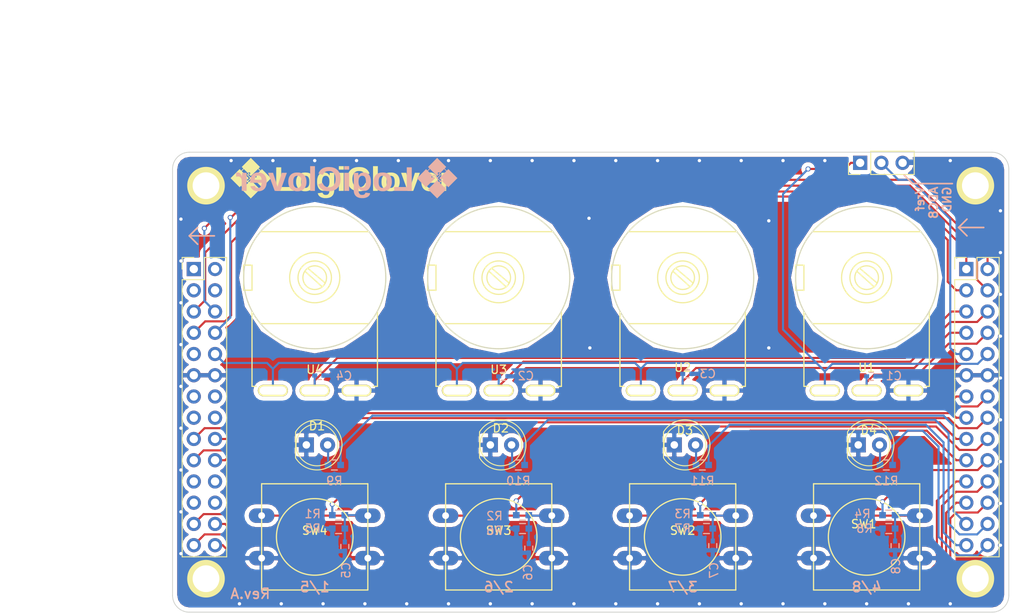
<source format=kicad_pcb>
(kicad_pcb (version 4) (host pcbnew 4.0.2-stable)
  (layers (0 F.Cu signal) (31 B.Cu signal) (34 B.Paste user) (35 F.Paste user) (36 B.SilkS user) (37 F.SilkS user) (38 B.Mask user) (39 F.Mask user) (44 Edge.Cuts user))
  (net 0 "")
  (net 1 /ADC_0)
  (net 2 GND)
  (net 3 /ADC_2)
  (net 4 /ADC_1)
  (net 5 /ADC_3)
  (net 6 "Net-(C5-Pad2)")
  (net 7 "Net-(C6-Pad2)")
  (net 8 "Net-(C7-Pad2)")
  (net 9 "Net-(C8-Pad2)")
  (net 10 "Net-(D1-Pad2)")
  (net 11 "Net-(D2-Pad2)")
  (net 12 "Net-(D3-Pad2)")
  (net 13 "Net-(D4-Pad2)")
  (net 14 /ADC_Vref)
  (net 15 /ADC_8)
  (net 16 /GPI_3)
  (net 17 /GPI_2)
  (net 18 /GPI_1)
  (net 19 /GPI_0)
  (net 20 /GPO_3)
  (net 21 /GPO_2)
  (net 22 /GPO_1)
  (net 23 /GPO_0)
  (net 24 /ADC_4)
  (net 25 /ADC_5)
  (net 26 /ADC_6)
  (net 27 /ADC_7)
  (net 28 /GPI_4)
  (net 29 /GPI_5)
  (net 30 /GPI_6)
  (net 31 /GPI_7)
  (net 32 /GPO_4)
  (net 33 /GPO_5)
  (net 34 /GPO_6)
  (net 35 /GPO_7)
  (module hastech:LogiClover (layer B.Cu) (at 108 52 180)
    (fp_text reference G*** hide)
    (fp_text value LOGO hide)
  )
  (module kamiya:C_0402 (layer B.Cu) (at 170.55 75.8)
    (fp_text reference C1 (at 2.7 -0.05) (layer B.SilkS) (effects (justify mirror)))
    (fp_text value 0.1u)
    (pad 1 smd rect (at -0.55 0) (size 0.6 0.5) (layers B.Cu B.Paste B.Mask) (net 27 /ADC_7))
    (pad 2 smd rect (at 0.55 0) (size 0.6 0.5) (layers B.Cu B.Paste B.Mask) (net 2 GND))
  )
  (module kamiya:C_0402 (layer B.Cu) (at 126.55 75.8)
    (fp_text reference C2 (at 2.7 -0.05) (layer B.SilkS) (effects (justify mirror)))
    (fp_text value 0.1u)
    (pad 1 smd rect (at -0.55 0) (size 0.6 0.5) (layers B.Cu B.Paste B.Mask) (net 25 /ADC_5))
    (pad 2 smd rect (at 0.55 0) (size 0.6 0.5) (layers B.Cu B.Paste B.Mask) (net 2 GND))
  )
  (module kamiya:C_0402 (layer B.Cu) (at 148.55 75.5)
    (fp_text reference C3 (at 2.45 0) (layer B.SilkS) (effects (justify mirror)))
    (fp_text value 0.1u)
    (pad 1 smd rect (at -0.55 0) (size 0.6 0.5) (layers B.Cu B.Paste B.Mask) (net 26 /ADC_6))
    (pad 2 smd rect (at 0.55 0) (size 0.6 0.5) (layers B.Cu B.Paste B.Mask) (net 2 GND))
  )
  (module kamiya:C_0402 (layer B.Cu) (at 104.55 75.7)
    (fp_text reference C4 (at 2.95 0.05) (layer B.SilkS) (effects (justify mirror)))
    (fp_text value 0.1u)
    (pad 1 smd rect (at -0.55 0) (size 0.6 0.5) (layers B.Cu B.Paste B.Mask) (net 24 /ADC_4))
    (pad 2 smd rect (at 0.55 0) (size 0.6 0.5) (layers B.Cu B.Paste B.Mask) (net 2 GND))
  )
  (module kamiya:C_0402 (layer B.Cu) (at 107.6 96.15 90)
    (fp_text reference C5 (at -2.85 0.15 90) (layer B.SilkS) (effects (justify mirror)))
    (fp_text value 0.1u)
    (pad 1 smd rect (at -0.55 0 90) (size 0.6 0.5) (layers B.Cu B.Paste B.Mask) (net 2 GND))
    (pad 2 smd rect (at 0.55 0 90) (size 0.6 0.5) (layers B.Cu B.Paste B.Mask) (net 6 "Net-(C5-Pad2)"))
  )
  (module kamiya:C_0402 (layer B.Cu) (at 129.6 96.35 90)
    (fp_text reference C6 (at -2.9 -0.1 90) (layer B.SilkS) (effects (justify mirror)))
    (fp_text value 0.1u)
    (pad 1 smd rect (at -0.55 0 90) (size 0.6 0.5) (layers B.Cu B.Paste B.Mask) (net 2 GND))
    (pad 2 smd rect (at 0.55 0 90) (size 0.6 0.5) (layers B.Cu B.Paste B.Mask) (net 7 "Net-(C6-Pad2)"))
  )
  (module kamiya:C_0402 (layer B.Cu) (at 151.6 96.05 90)
    (fp_text reference C7 (at -2.95 0.15 90) (layer B.SilkS) (effects (justify mirror)))
    (fp_text value 0.1u)
    (pad 1 smd rect (at -0.55 0 90) (size 0.6 0.5) (layers B.Cu B.Paste B.Mask) (net 2 GND))
    (pad 2 smd rect (at 0.55 0 90) (size 0.6 0.5) (layers B.Cu B.Paste B.Mask) (net 8 "Net-(C7-Pad2)"))
  )
  (module kamiya:C_0402 (layer B.Cu) (at 173.4 96.05 90)
    (fp_text reference C8 (at -2.45 0.1 90) (layer B.SilkS) (effects (justify mirror)))
    (fp_text value 0.1u)
    (pad 1 smd rect (at -0.55 0 90) (size 0.6 0.5) (layers B.Cu B.Paste B.Mask) (net 2 GND))
    (pad 2 smd rect (at 0.55 0 90) (size 0.6 0.5) (layers B.Cu B.Paste B.Mask) (net 9 "Net-(C8-Pad2)"))
  )
  (module LEDs:LED_D5.0mm (layer F.Cu) (at 103 84)
    (fp_text reference D1 (at 1.27 -2.25) (layer F.SilkS))
    (fp_text value LED)
    (pad 1 thru_hole rect (at 0 0) (size 1.8 1.8) (drill 0.9) (layers *.Cu *.Mask) (net 2 GND))
    (pad 2 thru_hole circle (at 2.54 0) (size 1.8 1.8) (drill 0.9) (layers *.Cu *.Mask) (net 10 "Net-(D1-Pad2)"))
  )
  (module LEDs:LED_D5.0mm (layer F.Cu) (at 125 84)
    (fp_text reference D2 (at 1.25 -2) (layer F.SilkS))
    (fp_text value LED)
    (pad 1 thru_hole rect (at 0 0) (size 1.8 1.8) (drill 0.9) (layers *.Cu *.Mask) (net 2 GND))
    (pad 2 thru_hole circle (at 2.54 0) (size 1.8 1.8) (drill 0.9) (layers *.Cu *.Mask) (net 11 "Net-(D2-Pad2)"))
  )
  (module LEDs:LED_D5.0mm (layer F.Cu) (at 147 84)
    (fp_text reference D3 (at 1.27 -1.75) (layer F.SilkS))
    (fp_text value LED)
    (pad 1 thru_hole rect (at 0 0) (size 1.8 1.8) (drill 0.9) (layers *.Cu *.Mask) (net 2 GND))
    (pad 2 thru_hole circle (at 2.54 0) (size 1.8 1.8) (drill 0.9) (layers *.Cu *.Mask) (net 12 "Net-(D3-Pad2)"))
  )
  (module LEDs:LED_D5.0mm (layer F.Cu) (at 169 84)
    (fp_text reference D4 (at 1.25 -1.75) (layer F.SilkS))
    (fp_text value LED)
    (pad 1 thru_hole rect (at 0 0) (size 1.8 1.8) (drill 0.9) (layers *.Cu *.Mask) (net 2 GND))
    (pad 2 thru_hole circle (at 2.54 0) (size 1.8 1.8) (drill 0.9) (layers *.Cu *.Mask) (net 13 "Net-(D4-Pad2)"))
  )
  (module hastech:M3_Drill (layer F.Cu) (at 183 53)
    (fp_text reference P3 hide)
    (fp_text value M3Drill hide)
    (pad 1 thru_hole circle (at 0 0) (size 4.5 4.5) (drill 3.2) (layers *.Cu *.Mask F.SilkS) (net 2 GND))
  )
  (module hastech:M3_Drill (layer F.Cu) (at 183 100)
    (fp_text reference P4 hide)
    (fp_text value M3Drill hide)
    (pad 1 thru_hole circle (at 0 0) (size 4.5 4.5) (drill 3.2) (layers *.Cu *.Mask F.SilkS) (net 2 GND))
  )
  (module Pin_Headers:Pin_Header_Straight_1x03_Pitch2.54mm (layer F.Cu) (at 169.22 50.27 90)
    (fp_text reference P5 hide)
    (fp_text value ADC8)
    (pad 1 thru_hole rect (at 0 0 90) (size 1.7 1.7) (drill 1) (layers *.Cu *.Mask) (net 14 /ADC_Vref))
    (pad 2 thru_hole oval (at 0 2.54 90) (size 1.7 1.7) (drill 1) (layers *.Cu *.Mask) (net 15 /ADC_8))
    (pad 3 thru_hole oval (at 0 5.08 90) (size 1.7 1.7) (drill 1) (layers *.Cu *.Mask) (net 2 GND))
  )
  (module hastech:M3_Drill (layer F.Cu) (at 91 53)
    (fp_text reference P6 hide)
    (fp_text value M3Drill hide)
    (pad 1 thru_hole circle (at 0 0) (size 4.5 4.5) (drill 3.2) (layers *.Cu *.Mask F.SilkS) (net 2 GND))
  )
  (module hastech:M3_Drill (layer F.Cu) (at 91 100)
    (fp_text reference P7 hide)
    (fp_text value M3Drill hide)
    (pad 1 thru_hole circle (at 0 0) (size 4.5 4.5) (drill 3.2) (layers *.Cu *.Mask F.SilkS) (net 2 GND))
  )
  (module kamiya:R_0603 (layer B.Cu) (at 106.85 92.4 180)
    (fp_text reference R1 (at 3.1 0.15 180) (layer B.SilkS) (effects (justify mirror)))
    (fp_text value 220)
    (pad 1 smd rect (at -0.75 0 180) (size 0.8 0.75) (layers B.Cu B.Paste B.Mask) (net 6 "Net-(C5-Pad2)"))
    (pad 2 smd rect (at 0.75 0 180) (size 0.8 0.75) (layers B.Cu B.Paste B.Mask) (net 28 /GPI_4))
  )
  (module kamiya:R_0603 (layer B.Cu) (at 128.85 92.4 180)
    (fp_text reference R2 (at 3.35 -0.1 180) (layer B.SilkS) (effects (justify mirror)))
    (fp_text value 220)
    (pad 1 smd rect (at -0.75 0 180) (size 0.8 0.75) (layers B.Cu B.Paste B.Mask) (net 7 "Net-(C6-Pad2)"))
    (pad 2 smd rect (at 0.75 0 180) (size 0.8 0.75) (layers B.Cu B.Paste B.Mask) (net 29 /GPI_5))
  )
  (module kamiya:R_0603 (layer B.Cu) (at 150.85 92.4 180)
    (fp_text reference R3 (at 2.85 0.15 180) (layer B.SilkS) (effects (justify mirror)))
    (fp_text value 220)
    (pad 1 smd rect (at -0.75 0 180) (size 0.8 0.75) (layers B.Cu B.Paste B.Mask) (net 8 "Net-(C7-Pad2)"))
    (pad 2 smd rect (at 0.75 0 180) (size 0.8 0.75) (layers B.Cu B.Paste B.Mask) (net 30 /GPI_6))
  )
  (module kamiya:R_0603 (layer B.Cu) (at 172.65 92.4 180)
    (fp_text reference R4 (at 3.15 0.15 180) (layer B.SilkS) (effects (justify mirror)))
    (fp_text value 220)
    (pad 1 smd rect (at -0.75 0 180) (size 0.8 0.75) (layers B.Cu B.Paste B.Mask) (net 9 "Net-(C8-Pad2)"))
    (pad 2 smd rect (at 0.75 0 180) (size 0.8 0.75) (layers B.Cu B.Paste B.Mask) (net 31 /GPI_7))
  )
  (module kamiya:R_0603 (layer B.Cu) (at 106.85 94)
    (fp_text reference R5 (at -3.1 0) (layer B.SilkS) (effects (justify mirror)))
    (fp_text value 10k)
    (pad 1 smd rect (at -0.75 0) (size 0.8 0.75) (layers B.Cu B.Paste B.Mask) (net 2 GND))
    (pad 2 smd rect (at 0.75 0) (size 0.8 0.75) (layers B.Cu B.Paste B.Mask) (net 6 "Net-(C5-Pad2)"))
  )
  (module kamiya:R_0603 (layer B.Cu) (at 128.85 94)
    (fp_text reference R6 (at -3.35 0.25) (layer B.SilkS) (effects (justify mirror)))
    (fp_text value 10k)
    (pad 1 smd rect (at -0.75 0) (size 0.8 0.75) (layers B.Cu B.Paste B.Mask) (net 2 GND))
    (pad 2 smd rect (at 0.75 0) (size 0.8 0.75) (layers B.Cu B.Paste B.Mask) (net 7 "Net-(C6-Pad2)"))
  )
  (module kamiya:R_0603 (layer B.Cu) (at 150.85 94)
    (fp_text reference R7 (at -2.85 0) (layer B.SilkS) (effects (justify mirror)))
    (fp_text value 10k)
    (pad 1 smd rect (at -0.75 0) (size 0.8 0.75) (layers B.Cu B.Paste B.Mask) (net 2 GND))
    (pad 2 smd rect (at 0.75 0) (size 0.8 0.75) (layers B.Cu B.Paste B.Mask) (net 8 "Net-(C7-Pad2)"))
  )
  (module kamiya:R_0603 (layer B.Cu) (at 172.65 94)
    (fp_text reference R8 (at -2.9 0) (layer B.SilkS) (effects (justify mirror)))
    (fp_text value 10k)
    (pad 1 smd rect (at -0.75 0) (size 0.8 0.75) (layers B.Cu B.Paste B.Mask) (net 2 GND))
    (pad 2 smd rect (at 0.75 0) (size 0.8 0.75) (layers B.Cu B.Paste B.Mask) (net 9 "Net-(C8-Pad2)"))
  )
  (module kamiya:R_0603 (layer B.Cu) (at 106.35 86.4)
    (fp_text reference R9 (at 0 1.9) (layer B.SilkS) (effects (justify mirror)))
    (fp_text value 1k)
    (pad 1 smd rect (at -0.75 0) (size 0.8 0.75) (layers B.Cu B.Paste B.Mask) (net 10 "Net-(D1-Pad2)"))
    (pad 2 smd rect (at 0.75 0) (size 0.8 0.75) (layers B.Cu B.Paste B.Mask) (net 32 /GPO_4))
  )
  (module kamiya:R_0603 (layer B.Cu) (at 128.35 86.4)
    (fp_text reference R10 (at 0 1.9) (layer B.SilkS) (effects (justify mirror)))
    (fp_text value 1k)
    (pad 1 smd rect (at -0.75 0) (size 0.8 0.75) (layers B.Cu B.Paste B.Mask) (net 11 "Net-(D2-Pad2)"))
    (pad 2 smd rect (at 0.75 0) (size 0.8 0.75) (layers B.Cu B.Paste B.Mask) (net 33 /GPO_5))
  )
  (module kamiya:R_0603 (layer B.Cu) (at 150.35 86.4)
    (fp_text reference R11 (at 0 1.9) (layer B.SilkS) (effects (justify mirror)))
    (fp_text value 1k)
    (pad 1 smd rect (at -0.75 0) (size 0.8 0.75) (layers B.Cu B.Paste B.Mask) (net 12 "Net-(D3-Pad2)"))
    (pad 2 smd rect (at 0.75 0) (size 0.8 0.75) (layers B.Cu B.Paste B.Mask) (net 34 /GPO_6))
  )
  (module kamiya:R_0603 (layer B.Cu) (at 172.35 86.4)
    (fp_text reference R12 (at 0 1.9) (layer B.SilkS) (effects (justify mirror)))
    (fp_text value 1k)
    (pad 1 smd rect (at -0.75 0) (size 0.8 0.75) (layers B.Cu B.Paste B.Mask) (net 13 "Net-(D4-Pad2)"))
    (pad 2 smd rect (at 0.75 0) (size 0.8 0.75) (layers B.Cu B.Paste B.Mask) (net 35 /GPO_7))
  )
  (module Buttons_Switches_ThroughHole:SW_PUSH-12mm (layer F.Cu) (at 170 95)
    (fp_text reference SW1 (at -0.35 -1.54) (layer F.SilkS))
    (fp_text value SW_PUSH)
    (pad 1 thru_hole oval (at 6.35 -2.54) (size 3.048 1.7272) (drill 0.8128) (layers *.Cu *.Mask) (net 9 "Net-(C8-Pad2)"))
    (pad 2 thru_hole oval (at 6.35 2.54) (size 3.048 1.7272) (drill 0.8128) (layers *.Cu *.Mask) (net 2 GND))
    (pad 1 thru_hole oval (at -6.35 -2.54) (size 3.048 1.7272) (drill 0.8128) (layers *.Cu *.Mask) (net 9 "Net-(C8-Pad2)"))
    (pad 2 thru_hole oval (at -6.35 2.54) (size 3.048 1.7272) (drill 0.8128) (layers *.Cu *.Mask) (net 2 GND))
  )
  (module Buttons_Switches_ThroughHole:SW_PUSH-12mm (layer F.Cu) (at 148 95)
    (fp_text reference SW2 (at 0 -0.762) (layer F.SilkS))
    (fp_text value SW_PUSH)
    (pad 1 thru_hole oval (at 6.35 -2.54) (size 3.048 1.7272) (drill 0.8128) (layers *.Cu *.Mask) (net 8 "Net-(C7-Pad2)"))
    (pad 2 thru_hole oval (at 6.35 2.54) (size 3.048 1.7272) (drill 0.8128) (layers *.Cu *.Mask) (net 2 GND))
    (pad 1 thru_hole oval (at -6.35 -2.54) (size 3.048 1.7272) (drill 0.8128) (layers *.Cu *.Mask) (net 8 "Net-(C7-Pad2)"))
    (pad 2 thru_hole oval (at -6.35 2.54) (size 3.048 1.7272) (drill 0.8128) (layers *.Cu *.Mask) (net 2 GND))
  )
  (module Buttons_Switches_ThroughHole:SW_PUSH-12mm (layer F.Cu) (at 126 95)
    (fp_text reference SW3 (at 0 -0.762) (layer F.SilkS))
    (fp_text value SW_PUSH)
    (pad 1 thru_hole oval (at 6.35 -2.54) (size 3.048 1.7272) (drill 0.8128) (layers *.Cu *.Mask) (net 7 "Net-(C6-Pad2)"))
    (pad 2 thru_hole oval (at 6.35 2.54) (size 3.048 1.7272) (drill 0.8128) (layers *.Cu *.Mask) (net 2 GND))
    (pad 1 thru_hole oval (at -6.35 -2.54) (size 3.048 1.7272) (drill 0.8128) (layers *.Cu *.Mask) (net 7 "Net-(C6-Pad2)"))
    (pad 2 thru_hole oval (at -6.35 2.54) (size 3.048 1.7272) (drill 0.8128) (layers *.Cu *.Mask) (net 2 GND))
  )
  (module Buttons_Switches_ThroughHole:SW_PUSH-12mm (layer F.Cu) (at 104 95)
    (fp_text reference SW4 (at 0 -0.762) (layer F.SilkS))
    (fp_text value SW_PUSH)
    (pad 1 thru_hole oval (at 6.35 -2.54) (size 3.048 1.7272) (drill 0.8128) (layers *.Cu *.Mask) (net 6 "Net-(C5-Pad2)"))
    (pad 2 thru_hole oval (at 6.35 2.54) (size 3.048 1.7272) (drill 0.8128) (layers *.Cu *.Mask) (net 2 GND))
    (pad 1 thru_hole oval (at -6.35 -2.54) (size 3.048 1.7272) (drill 0.8128) (layers *.Cu *.Mask) (net 6 "Net-(C5-Pad2)"))
    (pad 2 thru_hole oval (at -6.35 2.54) (size 3.048 1.7272) (drill 0.8128) (layers *.Cu *.Mask) (net 2 GND))
  )
  (module kamiya:Phi6Volume (layer F.Cu) (at 170 64)
    (fp_text reference U1 (at 0 10.75) (layer F.SilkS))
    (fp_text value B10k)
    (pad 1 thru_hole oval (at -5 13.5) (size 3.6 1.4) (drill oval 3.2 1) (layers *.Cu *.Mask F.SilkS) (net 14 /ADC_Vref))
    (pad 2 thru_hole oval (at 0 13.5) (size 3.6 1.4) (drill oval 3.2 1) (layers *.Cu *.Mask F.SilkS) (net 27 /ADC_7))
    (pad 3 thru_hole oval (at 5 13.5) (size 3.6 1.4) (drill oval 3.2 1) (layers *.Cu *.Mask F.SilkS) (net 2 GND))
  )
  (module kamiya:Phi6Volume (layer F.Cu) (at 148 64)
    (fp_text reference U2 (at 0 10.75) (layer F.SilkS))
    (fp_text value B10k)
    (pad 1 thru_hole oval (at -5 13.5) (size 3.6 1.4) (drill oval 3.2 1) (layers *.Cu *.Mask F.SilkS) (net 14 /ADC_Vref))
    (pad 2 thru_hole oval (at 0 13.5) (size 3.6 1.4) (drill oval 3.2 1) (layers *.Cu *.Mask F.SilkS) (net 26 /ADC_6))
    (pad 3 thru_hole oval (at 5 13.5) (size 3.6 1.4) (drill oval 3.2 1) (layers *.Cu *.Mask F.SilkS) (net 2 GND))
  )
  (module kamiya:Phi6Volume (layer F.Cu) (at 126 64)
    (fp_text reference U3 (at 0 11) (layer F.SilkS))
    (fp_text value B10k)
    (pad 1 thru_hole oval (at -5 13.5) (size 3.6 1.4) (drill oval 3.2 1) (layers *.Cu *.Mask F.SilkS) (net 14 /ADC_Vref))
    (pad 2 thru_hole oval (at 0 13.5) (size 3.6 1.4) (drill oval 3.2 1) (layers *.Cu *.Mask F.SilkS) (net 25 /ADC_5))
    (pad 3 thru_hole oval (at 5 13.5) (size 3.6 1.4) (drill oval 3.2 1) (layers *.Cu *.Mask F.SilkS) (net 2 GND))
  )
  (module kamiya:Phi6Volume (layer F.Cu) (at 104 64)
    (fp_text reference U4 (at 0 11) (layer F.SilkS))
    (fp_text value B10k)
    (pad 1 thru_hole oval (at -5 13.5) (size 3.6 1.4) (drill oval 3.2 1) (layers *.Cu *.Mask F.SilkS) (net 14 /ADC_Vref))
    (pad 2 thru_hole oval (at 0 13.5) (size 3.6 1.4) (drill oval 3.2 1) (layers *.Cu *.Mask F.SilkS) (net 24 /ADC_4))
    (pad 3 thru_hole oval (at 5 13.5) (size 3.6 1.4) (drill oval 3.2 1) (layers *.Cu *.Mask F.SilkS) (net 2 GND))
  )
  (module Pin_Headers:Pin_Header_Straight_2x14_Pitch2.54mm (layer F.Cu) (at 181.92 62.97)
    (fp_text reference P1 hide)
    (fp_text value EXT_IO)
    (pad 1 thru_hole rect (at 0 0) (size 1.7 1.7) (drill 1) (layers *.Cu *.Mask) (net 1 /ADC_0))
    (pad 2 thru_hole oval (at 2.54 0) (size 1.7 1.7) (drill 1) (layers *.Cu *.Mask) (net 4 /ADC_1))
    (pad 3 thru_hole oval (at 0 2.54) (size 1.7 1.7) (drill 1) (layers *.Cu *.Mask) (net 3 /ADC_2))
    (pad 4 thru_hole oval (at 2.54 2.54) (size 1.7 1.7) (drill 1) (layers *.Cu *.Mask) (net 5 /ADC_3))
    (pad 5 thru_hole oval (at 0 5.08) (size 1.7 1.7) (drill 1) (layers *.Cu *.Mask) (net 24 /ADC_4))
    (pad 6 thru_hole oval (at 2.54 5.08) (size 1.7 1.7) (drill 1) (layers *.Cu *.Mask) (net 25 /ADC_5))
    (pad 7 thru_hole oval (at 0 7.62) (size 1.7 1.7) (drill 1) (layers *.Cu *.Mask) (net 26 /ADC_6))
    (pad 8 thru_hole oval (at 2.54 7.62) (size 1.7 1.7) (drill 1) (layers *.Cu *.Mask) (net 27 /ADC_7))
    (pad 9 thru_hole oval (at 0 10.16) (size 1.7 1.7) (drill 1) (layers *.Cu *.Mask) (net 15 /ADC_8))
    (pad 10 thru_hole oval (at 2.54 10.16) (size 1.7 1.7) (drill 1) (layers *.Cu *.Mask) (net 14 /ADC_Vref))
    (pad 11 thru_hole oval (at 0 12.7) (size 1.7 1.7) (drill 1) (layers *.Cu *.Mask) (net 2 GND))
    (pad 12 thru_hole oval (at 2.54 12.7) (size 1.7 1.7) (drill 1) (layers *.Cu *.Mask) (net 2 GND))
    (pad 13 thru_hole oval (at 0 15.24) (size 1.7 1.7) (drill 1) (layers *.Cu *.Mask) (net 19 /GPI_0))
    (pad 14 thru_hole oval (at 2.54 15.24) (size 1.7 1.7) (drill 1) (layers *.Cu *.Mask) (net 18 /GPI_1))
    (pad 15 thru_hole oval (at 0 17.78) (size 1.7 1.7) (drill 1) (layers *.Cu *.Mask) (net 17 /GPI_2))
    (pad 16 thru_hole oval (at 2.54 17.78) (size 1.7 1.7) (drill 1) (layers *.Cu *.Mask) (net 16 /GPI_3))
    (pad 17 thru_hole oval (at 0 20.32) (size 1.7 1.7) (drill 1) (layers *.Cu *.Mask) (net 28 /GPI_4))
    (pad 18 thru_hole oval (at 2.54 20.32) (size 1.7 1.7) (drill 1) (layers *.Cu *.Mask) (net 29 /GPI_5))
    (pad 19 thru_hole oval (at 0 22.86) (size 1.7 1.7) (drill 1) (layers *.Cu *.Mask) (net 30 /GPI_6))
    (pad 20 thru_hole oval (at 2.54 22.86) (size 1.7 1.7) (drill 1) (layers *.Cu *.Mask) (net 31 /GPI_7))
    (pad 21 thru_hole oval (at 0 25.4) (size 1.7 1.7) (drill 1) (layers *.Cu *.Mask) (net 23 /GPO_0))
    (pad 22 thru_hole oval (at 2.54 25.4) (size 1.7 1.7) (drill 1) (layers *.Cu *.Mask) (net 22 /GPO_1))
    (pad 23 thru_hole oval (at 0 27.94) (size 1.7 1.7) (drill 1) (layers *.Cu *.Mask) (net 21 /GPO_2))
    (pad 24 thru_hole oval (at 2.54 27.94) (size 1.7 1.7) (drill 1) (layers *.Cu *.Mask) (net 20 /GPO_3))
    (pad 25 thru_hole oval (at 0 30.48) (size 1.7 1.7) (drill 1) (layers *.Cu *.Mask) (net 32 /GPO_4))
    (pad 26 thru_hole oval (at 2.54 30.48) (size 1.7 1.7) (drill 1) (layers *.Cu *.Mask) (net 33 /GPO_5))
    (pad 27 thru_hole oval (at 0 33.02) (size 1.7 1.7) (drill 1) (layers *.Cu *.Mask) (net 34 /GPO_6))
    (pad 28 thru_hole oval (at 2.54 33.02) (size 1.7 1.7) (drill 1) (layers *.Cu *.Mask) (net 35 /GPO_7))
  )
  (module Pin_Headers:Pin_Header_Straight_2x14_Pitch2.54mm (layer F.Cu) (at 89.54 62.97)
    (fp_text reference P2 hide)
    (fp_text value EXT_IO)
    (pad 1 thru_hole rect (at 0 0) (size 1.7 1.7) (drill 1) (layers *.Cu *.Mask))
    (pad 2 thru_hole oval (at 2.54 0) (size 1.7 1.7) (drill 1) (layers *.Cu *.Mask))
    (pad 3 thru_hole oval (at 0 2.54) (size 1.7 1.7) (drill 1) (layers *.Cu *.Mask))
    (pad 4 thru_hole oval (at 2.54 2.54) (size 1.7 1.7) (drill 1) (layers *.Cu *.Mask))
    (pad 5 thru_hole oval (at 0 5.08) (size 1.7 1.7) (drill 1) (layers *.Cu *.Mask) (net 1 /ADC_0))
    (pad 6 thru_hole oval (at 2.54 5.08) (size 1.7 1.7) (drill 1) (layers *.Cu *.Mask) (net 4 /ADC_1))
    (pad 7 thru_hole oval (at 0 7.62) (size 1.7 1.7) (drill 1) (layers *.Cu *.Mask) (net 3 /ADC_2))
    (pad 8 thru_hole oval (at 2.54 7.62) (size 1.7 1.7) (drill 1) (layers *.Cu *.Mask) (net 5 /ADC_3))
    (pad 9 thru_hole oval (at 0 10.16) (size 1.7 1.7) (drill 1) (layers *.Cu *.Mask))
    (pad 10 thru_hole oval (at 2.54 10.16) (size 1.7 1.7) (drill 1) (layers *.Cu *.Mask) (net 14 /ADC_Vref))
    (pad 11 thru_hole oval (at 0 12.7) (size 1.7 1.7) (drill 1) (layers *.Cu *.Mask) (net 2 GND))
    (pad 12 thru_hole oval (at 2.54 12.7) (size 1.7 1.7) (drill 1) (layers *.Cu *.Mask) (net 2 GND))
    (pad 13 thru_hole oval (at 0 15.24) (size 1.7 1.7) (drill 1) (layers *.Cu *.Mask))
    (pad 14 thru_hole oval (at 2.54 15.24) (size 1.7 1.7) (drill 1) (layers *.Cu *.Mask))
    (pad 15 thru_hole oval (at 0 17.78) (size 1.7 1.7) (drill 1) (layers *.Cu *.Mask))
    (pad 16 thru_hole oval (at 2.54 17.78) (size 1.7 1.7) (drill 1) (layers *.Cu *.Mask))
    (pad 17 thru_hole oval (at 0 20.32) (size 1.7 1.7) (drill 1) (layers *.Cu *.Mask) (net 19 /GPI_0))
    (pad 18 thru_hole oval (at 2.54 20.32) (size 1.7 1.7) (drill 1) (layers *.Cu *.Mask) (net 18 /GPI_1))
    (pad 19 thru_hole oval (at 0 22.86) (size 1.7 1.7) (drill 1) (layers *.Cu *.Mask) (net 17 /GPI_2))
    (pad 20 thru_hole oval (at 2.54 22.86) (size 1.7 1.7) (drill 1) (layers *.Cu *.Mask) (net 16 /GPI_3))
    (pad 21 thru_hole oval (at 0 25.4) (size 1.7 1.7) (drill 1) (layers *.Cu *.Mask))
    (pad 22 thru_hole oval (at 2.54 25.4) (size 1.7 1.7) (drill 1) (layers *.Cu *.Mask))
    (pad 23 thru_hole oval (at 0 27.94) (size 1.7 1.7) (drill 1) (layers *.Cu *.Mask))
    (pad 24 thru_hole oval (at 2.54 27.94) (size 1.7 1.7) (drill 1) (layers *.Cu *.Mask))
    (pad 25 thru_hole oval (at 0 30.48) (size 1.7 1.7) (drill 1) (layers *.Cu *.Mask) (net 23 /GPO_0))
    (pad 26 thru_hole oval (at 2.54 30.48) (size 1.7 1.7) (drill 1) (layers *.Cu *.Mask) (net 22 /GPO_1))
    (pad 27 thru_hole oval (at 0 33.02) (size 1.7 1.7) (drill 1) (layers *.Cu *.Mask) (net 21 /GPO_2))
    (pad 28 thru_hole oval (at 2.54 33.02) (size 1.7 1.7) (drill 1) (layers *.Cu *.Mask) (net 20 /GPO_3))
  )
  (module hastech:LogiClover (layer F.Cu) (at 107 52)
    (fp_text reference G*** hide)
    (fp_text value LOGO hide)
  )
  (gr_line (start 175.5 52.75) (end 174.5 51.75) (layer B.SilkS) (width 0.2))
  (gr_line (start 180.25 52.75) (end 175.5 52.75) (layer B.SilkS) (width 0.2))
  (gr_text "Vref\nADC8\nGND" (at 178 53 90) (layer B.SilkS) (effects (font (size 1 1) (thickness 0.2)) (justify left mirror)))
  (gr_text 1/5 (at 104 101) (layer B.SilkS) (effects (font (size 1.2 1.2) (thickness 0.2)) (justify mirror)))
  (gr_text 2/6 (at 126 101) (layer B.SilkS) (effects (font (size 1.2 1.2) (thickness 0.2)) (justify mirror)))
  (gr_text 3/7 (at 148 101) (layer B.SilkS) (effects (font (size 1.2 1.2) (thickness 0.2)) (justify mirror)))
  (gr_text 4/8 (at 170 101) (layer B.SilkS) (effects (font (size 1.2 1.2) (thickness 0.2)) (justify mirror)))
  (gr_line (start 89 59) (end 90 60) (layer B.SilkS) (width 0.2))
  (gr_line (start 89 59) (end 90 58) (layer B.SilkS) (width 0.2))
  (gr_line (start 92 59) (end 89 59) (layer B.SilkS) (width 0.2))
  (gr_line (start 181 58) (end 182 59) (layer B.SilkS) (width 0.2))
  (gr_line (start 181 58) (end 182 57) (layer B.SilkS) (width 0.2))
  (gr_line (start 184 58) (end 181 58) (layer B.SilkS) (width 0.2))
  (gr_text Rev.A (at 96.3 101.8) (layer B.SilkS) (effects (font (size 1.2 1.2) (thickness 0.2)) (justify mirror)))
  (gr_circle (center 170 64) (end 170 55.5) (layer Edge.Cuts) (width 0.1))
  (gr_circle (center 148 64) (end 148 55.5) (layer Edge.Cuts) (width 0.1))
  (gr_circle (center 126 64) (end 126 55.5) (layer Edge.Cuts) (width 0.1))
  (gr_circle (center 104 64) (end 104 55.5) (layer Edge.Cuts) (width 0.1))
  (gr_arc (start 89 102) (end 89 104) (angle 90) (layer Edge.Cuts) (width 0.1))
  (gr_line (start 185 104) (end 89 104) (layer Edge.Cuts) (width 0.1))
  (gr_arc (start 185 102) (end 187 102) (angle 90) (layer Edge.Cuts) (width 0.1))
  (gr_arc (start 185 51) (end 185 49) (angle 90) (layer Edge.Cuts) (width 0.1))
  (gr_arc (start 89 51) (end 87 51) (angle 90) (layer Edge.Cuts) (width 0.1))
  (gr_line (start 187 51) (end 187 102) (layer Edge.Cuts) (width 0.1))
  (gr_line (start 87 51) (end 87 102) (layer Edge.Cuts) (width 0.1))
  (gr_line (start 89 49) (end 185 49) (layer Edge.Cuts) (width 0.1))
  (segment (start 181.92 62.97) (end 181.92 60.72) (width 0.25) (layer F.Cu) (net 1))
  (segment (start 181.92 60.72) (end 174.9 53.7) (width 0.25) (layer F.Cu) (net 1))
  (segment (start 98.2 53.7) (end 90.9 61) (width 0.25) (layer F.Cu) (net 1))
  (segment (start 174.9 53.7) (end 98.2 53.7) (width 0.25) (layer F.Cu) (net 1))
  (segment (start 90.9 61) (end 90.9 66.69) (width 0.25) (layer F.Cu) (net 1))
  (segment (start 90.9 66.69) (end 90.389999 67.200001) (width 0.25) (layer F.Cu) (net 1))
  (segment (start 90.389999 67.200001) (end 89.54 68.05) (width 0.25) (layer F.Cu) (net 1))
  (segment (start 158.3 57.2) (end 158.3 72.4) (width 0.25) (layer F.Cu) (net 2))
  (via (at 158.3 72.4) (size 0.6) (drill 0.4) (layers F.Cu B.Cu) (net 2))
  (segment (start 160 50) (end 158.3 51.7) (width 0.25) (layer B.Cu) (net 2))
  (segment (start 158.3 51.7) (end 158.3 57.2) (width 0.25) (layer B.Cu) (net 2))
  (via (at 158.3 57.2) (size 0.6) (drill 0.4) (layers F.Cu B.Cu) (net 2))
  (segment (start 136.8 56.9) (end 136.8 72.3) (width 0.25) (layer F.Cu) (net 2))
  (segment (start 136.8 72.3) (end 136.9 72.4) (width 0.25) (layer F.Cu) (net 2))
  (via (at 136.9 72.4) (size 0.6) (drill 0.4) (layers F.Cu B.Cu) (net 2))
  (segment (start 135 50) (end 135 55.1) (width 0.25) (layer B.Cu) (net 2))
  (segment (start 135 55.1) (end 136.8 56.9) (width 0.25) (layer B.Cu) (net 2))
  (via (at 136.8 56.9) (size 0.6) (drill 0.4) (layers F.Cu B.Cu) (net 2))
  (segment (start 160 50) (end 165 50) (width 0.25) (layer B.Cu) (net 2))
  (via (at 165 50) (size 0.6) (drill 0.4) (layers F.Cu B.Cu) (net 2))
  (segment (start 155 50) (end 160 50) (width 0.25) (layer F.Cu) (net 2))
  (via (at 160 50) (size 0.6) (drill 0.4) (layers F.Cu B.Cu) (net 2))
  (segment (start 150 50) (end 155 50) (width 0.25) (layer B.Cu) (net 2))
  (via (at 155 50) (size 0.6) (drill 0.4) (layers F.Cu B.Cu) (net 2))
  (segment (start 145 50) (end 150 50) (width 0.25) (layer F.Cu) (net 2))
  (via (at 150 50) (size 0.6) (drill 0.4) (layers F.Cu B.Cu) (net 2))
  (segment (start 140 50) (end 145 50) (width 0.25) (layer B.Cu) (net 2))
  (via (at 145 50) (size 0.6) (drill 0.4) (layers F.Cu B.Cu) (net 2))
  (segment (start 135 50) (end 140 50) (width 0.25) (layer F.Cu) (net 2))
  (via (at 140 50) (size 0.6) (drill 0.4) (layers F.Cu B.Cu) (net 2))
  (segment (start 130 50) (end 135 50) (width 0.25) (layer B.Cu) (net 2))
  (via (at 135 50) (size 0.6) (drill 0.4) (layers F.Cu B.Cu) (net 2))
  (segment (start 125 50) (end 130 50) (width 0.25) (layer F.Cu) (net 2))
  (via (at 130 50) (size 0.6) (drill 0.4) (layers F.Cu B.Cu) (net 2))
  (segment (start 120 50) (end 125 50) (width 0.25) (layer B.Cu) (net 2))
  (via (at 125 50) (size 0.6) (drill 0.4) (layers F.Cu B.Cu) (net 2))
  (segment (start 114 50) (end 120 50) (width 0.25) (layer F.Cu) (net 2))
  (via (at 120 50) (size 0.6) (drill 0.4) (layers F.Cu B.Cu) (net 2))
  (segment (start 109 50) (end 114 50) (width 0.25) (layer B.Cu) (net 2))
  (via (at 114 50) (size 0.6) (drill 0.4) (layers F.Cu B.Cu) (net 2))
  (segment (start 104 50) (end 109 50) (width 0.25) (layer F.Cu) (net 2))
  (via (at 109 50) (size 0.6) (drill 0.4) (layers F.Cu B.Cu) (net 2))
  (segment (start 99 50) (end 104 50) (width 0.25) (layer B.Cu) (net 2))
  (via (at 104 50) (size 0.6) (drill 0.4) (layers F.Cu B.Cu) (net 2))
  (segment (start 94 50) (end 99 50) (width 0.25) (layer F.Cu) (net 2))
  (via (at 99 50) (size 0.6) (drill 0.4) (layers F.Cu B.Cu) (net 2))
  (segment (start 91 53) (end 94 50) (width 0.25) (layer B.Cu) (net 2))
  (via (at 94 50) (size 0.6) (drill 0.4) (layers F.Cu B.Cu) (net 2))
  (segment (start 88 57) (end 88 56) (width 0.25) (layer B.Cu) (net 2))
  (segment (start 88 56) (end 91 53) (width 0.25) (layer B.Cu) (net 2))
  (segment (start 88 62) (end 88 57) (width 0.25) (layer F.Cu) (net 2))
  (via (at 88 57) (size 0.6) (drill 0.4) (layers F.Cu B.Cu) (net 2))
  (segment (start 88 67) (end 88 62) (width 0.25) (layer B.Cu) (net 2))
  (via (at 88 62) (size 0.6) (drill 0.4) (layers F.Cu B.Cu) (net 2))
  (segment (start 88 72) (end 88 67) (width 0.25) (layer F.Cu) (net 2))
  (via (at 88 67) (size 0.6) (drill 0.4) (layers F.Cu B.Cu) (net 2))
  (segment (start 88 77) (end 88 72) (width 0.25) (layer B.Cu) (net 2))
  (via (at 88 72) (size 0.6) (drill 0.4) (layers F.Cu B.Cu) (net 2))
  (segment (start 88 82) (end 88 77) (width 0.25) (layer F.Cu) (net 2))
  (via (at 88 77) (size 0.6) (drill 0.4) (layers F.Cu B.Cu) (net 2))
  (segment (start 88 87) (end 88 82) (width 0.25) (layer B.Cu) (net 2))
  (via (at 88 82) (size 0.6) (drill 0.4) (layers F.Cu B.Cu) (net 2))
  (segment (start 88 92) (end 88 87) (width 0.25) (layer F.Cu) (net 2))
  (via (at 88 87) (size 0.6) (drill 0.4) (layers F.Cu B.Cu) (net 2))
  (segment (start 88 97) (end 88 92) (width 0.25) (layer B.Cu) (net 2))
  (via (at 88 92) (size 0.6) (drill 0.4) (layers F.Cu B.Cu) (net 2))
  (segment (start 91 100) (end 88 97) (width 0.25) (layer F.Cu) (net 2))
  (via (at 88 97) (size 0.6) (drill 0.4) (layers F.Cu B.Cu) (net 2))
  (segment (start 95 103) (end 94 103) (width 0.25) (layer F.Cu) (net 2))
  (segment (start 94 103) (end 91 100) (width 0.25) (layer F.Cu) (net 2))
  (segment (start 100 103) (end 95 103) (width 0.25) (layer B.Cu) (net 2))
  (via (at 95 103) (size 0.6) (drill 0.4) (layers F.Cu B.Cu) (net 2))
  (segment (start 105 103) (end 100 103) (width 0.25) (layer F.Cu) (net 2))
  (via (at 100 103) (size 0.6) (drill 0.4) (layers F.Cu B.Cu) (net 2))
  (segment (start 110 103) (end 105 103) (width 0.25) (layer B.Cu) (net 2))
  (via (at 105 103) (size 0.6) (drill 0.4) (layers F.Cu B.Cu) (net 2))
  (segment (start 115 103) (end 110 103) (width 0.25) (layer F.Cu) (net 2))
  (via (at 110 103) (size 0.6) (drill 0.4) (layers F.Cu B.Cu) (net 2))
  (segment (start 120 103) (end 115 103) (width 0.25) (layer B.Cu) (net 2))
  (via (at 115 103) (size 0.6) (drill 0.4) (layers F.Cu B.Cu) (net 2))
  (segment (start 125 103) (end 120 103) (width 0.25) (layer F.Cu) (net 2))
  (via (at 120 103) (size 0.6) (drill 0.4) (layers F.Cu B.Cu) (net 2))
  (segment (start 130 103) (end 125 103) (width 0.25) (layer B.Cu) (net 2))
  (via (at 125 103) (size 0.6) (drill 0.4) (layers F.Cu B.Cu) (net 2))
  (segment (start 135 103) (end 130 103) (width 0.25) (layer F.Cu) (net 2))
  (via (at 130 103) (size 0.6) (drill 0.4) (layers F.Cu B.Cu) (net 2))
  (segment (start 140 103) (end 135 103) (width 0.25) (layer B.Cu) (net 2))
  (via (at 135 103) (size 0.6) (drill 0.4) (layers F.Cu B.Cu) (net 2))
  (segment (start 145 103) (end 140 103) (width 0.25) (layer F.Cu) (net 2))
  (via (at 140 103) (size 0.6) (drill 0.4) (layers F.Cu B.Cu) (net 2))
  (segment (start 150 103) (end 145 103) (width 0.25) (layer B.Cu) (net 2))
  (via (at 145 103) (size 0.6) (drill 0.4) (layers F.Cu B.Cu) (net 2))
  (segment (start 155 103) (end 150 103) (width 0.25) (layer F.Cu) (net 2))
  (via (at 150 103) (size 0.6) (drill 0.4) (layers F.Cu B.Cu) (net 2))
  (segment (start 160 103) (end 155 103) (width 0.25) (layer B.Cu) (net 2))
  (via (at 155 103) (size 0.6) (drill 0.4) (layers F.Cu B.Cu) (net 2))
  (segment (start 165 103) (end 160 103) (width 0.25) (layer F.Cu) (net 2))
  (via (at 160 103) (size 0.6) (drill 0.4) (layers F.Cu B.Cu) (net 2))
  (segment (start 170 103) (end 165 103) (width 0.25) (layer B.Cu) (net 2))
  (via (at 165 103) (size 0.6) (drill 0.4) (layers F.Cu B.Cu) (net 2))
  (segment (start 175 103) (end 170 103) (width 0.25) (layer F.Cu) (net 2))
  (via (at 170 103) (size 0.6) (drill 0.4) (layers F.Cu B.Cu) (net 2))
  (segment (start 180 103) (end 175 103) (width 0.25) (layer B.Cu) (net 2))
  (via (at 175 103) (size 0.6) (drill 0.4) (layers F.Cu B.Cu) (net 2))
  (segment (start 183 100) (end 180 103) (width 0.25) (layer F.Cu) (net 2))
  (via (at 180 103) (size 0.6) (drill 0.4) (layers F.Cu B.Cu) (net 2))
  (segment (start 186 96) (end 186 97) (width 0.25) (layer F.Cu) (net 2))
  (segment (start 186 97) (end 183 100) (width 0.25) (layer F.Cu) (net 2))
  (segment (start 186 91) (end 186 96) (width 0.25) (layer B.Cu) (net 2))
  (via (at 186 96) (size 0.6) (drill 0.4) (layers F.Cu B.Cu) (net 2))
  (segment (start 186 86) (end 186 91) (width 0.25) (layer F.Cu) (net 2))
  (via (at 186 91) (size 0.6) (drill 0.4) (layers F.Cu B.Cu) (net 2))
  (segment (start 186 81) (end 186 86) (width 0.25) (layer B.Cu) (net 2))
  (via (at 186 86) (size 0.6) (drill 0.4) (layers F.Cu B.Cu) (net 2))
  (segment (start 186 76) (end 186 81) (width 0.25) (layer F.Cu) (net 2))
  (via (at 186 81) (size 0.6) (drill 0.4) (layers F.Cu B.Cu) (net 2))
  (segment (start 186 71) (end 186 76) (width 0.25) (layer B.Cu) (net 2))
  (via (at 186 76) (size 0.6) (drill 0.4) (layers F.Cu B.Cu) (net 2))
  (segment (start 186 66) (end 186 71) (width 0.25) (layer F.Cu) (net 2))
  (via (at 186 71) (size 0.6) (drill 0.4) (layers F.Cu B.Cu) (net 2))
  (segment (start 186 61) (end 186 66) (width 0.25) (layer B.Cu) (net 2))
  (via (at 186 66) (size 0.6) (drill 0.4) (layers F.Cu B.Cu) (net 2))
  (segment (start 186 56) (end 186 61) (width 0.25) (layer F.Cu) (net 2))
  (via (at 186 61) (size 0.6) (drill 0.4) (layers F.Cu B.Cu) (net 2))
  (segment (start 183 53) (end 186 56) (width 0.25) (layer B.Cu) (net 2))
  (via (at 186 56) (size 0.6) (drill 0.4) (layers F.Cu B.Cu) (net 2))
  (segment (start 180 50) (end 174.57 50) (width 0.25) (layer B.Cu) (net 2))
  (segment (start 174.57 50) (end 174.3 50.27) (width 0.25) (layer B.Cu) (net 2))
  (segment (start 183 53) (end 180 50) (width 0.25) (layer F.Cu) (net 2))
  (via (at 180 50) (size 0.6) (drill 0.4) (layers F.Cu B.Cu) (net 2))
  (segment (start 181.92 65.51) (end 180.717919 65.51) (width 0.25) (layer F.Cu) (net 3))
  (segment (start 90.904999 69.225001) (end 89.54 70.59) (width 0.25) (layer F.Cu) (net 3))
  (segment (start 180.717919 65.51) (end 179.7 64.492081) (width 0.25) (layer F.Cu) (net 3))
  (segment (start 179.7 64.492081) (end 179.7 59.5) (width 0.25) (layer F.Cu) (net 3))
  (segment (start 179.7 59.5) (end 174.5 54.3) (width 0.25) (layer F.Cu) (net 3))
  (segment (start 93.274999 69.225001) (end 90.904999 69.225001) (width 0.25) (layer F.Cu) (net 3))
  (segment (start 174.5 54.3) (end 99.5 54.3) (width 0.25) (layer F.Cu) (net 3))
  (segment (start 99.5 54.3) (end 94 59.8) (width 0.25) (layer F.Cu) (net 3))
  (segment (start 94 59.8) (end 94 68.5) (width 0.25) (layer F.Cu) (net 3))
  (segment (start 94 68.5) (end 93.274999 69.225001) (width 0.25) (layer F.Cu) (net 3))
  (segment (start 90.8 58.1) (end 90.8 66.77) (width 0.25) (layer B.Cu) (net 4))
  (segment (start 90.8 66.77) (end 92.08 68.05) (width 0.25) (layer B.Cu) (net 4))
  (segment (start 175.5 52.3) (end 96.6 52.3) (width 0.25) (layer F.Cu) (net 4))
  (segment (start 96.6 52.3) (end 90.8 58.1) (width 0.25) (layer F.Cu) (net 4))
  (via (at 90.8 58.1) (size 0.6) (drill 0.4) (layers F.Cu B.Cu) (net 4))
  (segment (start 184.46 61.26) (end 175.5 52.3) (width 0.25) (layer F.Cu) (net 4))
  (segment (start 184.46 62.97) (end 184.46 61.26) (width 0.25) (layer F.Cu) (net 4))
  (segment (start 93.9 56.8) (end 93.9 68.77) (width 0.25) (layer B.Cu) (net 5))
  (segment (start 93.9 68.77) (end 92.08 70.59) (width 0.25) (layer B.Cu) (net 5))
  (segment (start 97.8 53) (end 94 56.8) (width 0.25) (layer F.Cu) (net 5))
  (segment (start 94 56.8) (end 93.9 56.8) (width 0.25) (layer F.Cu) (net 5))
  (via (at 93.9 56.8) (size 0.6) (drill 0.4) (layers F.Cu B.Cu) (net 5))
  (segment (start 175.2 53) (end 97.8 53) (width 0.25) (layer F.Cu) (net 5))
  (segment (start 183.2 61) (end 175.2 53) (width 0.25) (layer F.Cu) (net 5))
  (segment (start 183.2 64.25) (end 183.2 61) (width 0.25) (layer F.Cu) (net 5))
  (segment (start 184.46 65.51) (end 183.2 64.25) (width 0.25) (layer F.Cu) (net 5))
  (segment (start 110.35 92.46) (end 97.65 92.46) (width 0.25) (layer F.Cu) (net 6))
  (segment (start 107.6 92.4) (end 110.29 92.4) (width 0.25) (layer B.Cu) (net 6))
  (segment (start 110.29 92.4) (end 110.35 92.46) (width 0.25) (layer B.Cu) (net 6))
  (segment (start 107.6 94) (end 107.6 95.6) (width 0.25) (layer B.Cu) (net 6))
  (segment (start 107.6 92.4) (end 107.6 94) (width 0.25) (layer B.Cu) (net 6))
  (segment (start 129.6 94) (end 129.6 95.8) (width 0.25) (layer B.Cu) (net 7))
  (segment (start 129.6 92.4) (end 129.6 94) (width 0.25) (layer B.Cu) (net 7))
  (segment (start 132.35 92.46) (end 129.66 92.46) (width 0.25) (layer B.Cu) (net 7))
  (segment (start 129.66 92.46) (end 129.6 92.4) (width 0.25) (layer B.Cu) (net 7))
  (segment (start 119.65 92.46) (end 121.424 92.46) (width 0.25) (layer F.Cu) (net 7))
  (segment (start 121.424 92.46) (end 132.35 92.46) (width 0.25) (layer F.Cu) (net 7))
  (segment (start 154.35 92.46) (end 152.576 92.46) (width 0.25) (layer F.Cu) (net 8))
  (segment (start 152.576 92.46) (end 141.65 92.46) (width 0.25) (layer F.Cu) (net 8))
  (segment (start 151.6 94) (end 151.6 95.5) (width 0.25) (layer B.Cu) (net 8))
  (segment (start 151.6 92.4) (end 151.6 94) (width 0.25) (layer B.Cu) (net 8))
  (segment (start 154.35 92.46) (end 151.66 92.46) (width 0.25) (layer B.Cu) (net 8))
  (segment (start 151.66 92.46) (end 151.6 92.4) (width 0.25) (layer B.Cu) (net 8))
  (segment (start 176.35 92.46) (end 174.576 92.46) (width 0.25) (layer F.Cu) (net 9))
  (segment (start 174.576 92.46) (end 163.65 92.46) (width 0.25) (layer F.Cu) (net 9))
  (segment (start 173.4 94) (end 173.4 95.5) (width 0.25) (layer B.Cu) (net 9))
  (segment (start 173.4 92.4) (end 173.4 94) (width 0.25) (layer B.Cu) (net 9))
  (segment (start 173.4 92.4) (end 176.29 92.4) (width 0.25) (layer B.Cu) (net 9))
  (segment (start 176.29 92.4) (end 176.35 92.46) (width 0.25) (layer B.Cu) (net 9))
  (segment (start 105.6 86.4) (end 105.6 84.06) (width 0.25) (layer B.Cu) (net 10))
  (segment (start 105.6 84.06) (end 105.54 84) (width 0.25) (layer B.Cu) (net 10))
  (segment (start 127.6 86.4) (end 127.6 84.06) (width 0.25) (layer B.Cu) (net 11))
  (segment (start 127.6 84.06) (end 127.54 84) (width 0.25) (layer B.Cu) (net 11))
  (segment (start 149.6 86.4) (end 149.6 84.06) (width 0.25) (layer B.Cu) (net 12))
  (segment (start 149.6 84.06) (end 149.54 84) (width 0.25) (layer B.Cu) (net 12))
  (segment (start 171.6 86.4) (end 171.6 84.06) (width 0.25) (layer B.Cu) (net 13))
  (segment (start 171.6 84.06) (end 171.54 84) (width 0.25) (layer B.Cu) (net 13))
  (segment (start 167 51) (end 167.4 51) (width 0.25) (layer F.Cu) (net 14))
  (segment (start 168.12 50.27) (end 167.4 50.99) (width 0.25) (layer F.Cu) (net 14))
  (segment (start 169.22 50.27) (end 168.12 50.27) (width 0.25) (layer F.Cu) (net 14))
  (segment (start 167.4 50.99) (end 167.4 51) (width 0.25) (layer F.Cu) (net 14))
  (segment (start 163 51) (end 167 51) (width 0.25) (layer F.Cu) (net 14))
  (segment (start 160 70.2) (end 160 54) (width 0.25) (layer B.Cu) (net 14))
  (segment (start 160 54) (end 163 51) (width 0.25) (layer B.Cu) (net 14))
  (via (at 163 51) (size 0.6) (drill 0.4) (layers F.Cu B.Cu) (net 14))
  (segment (start 164 74.2) (end 160 70.2) (width 0.25) (layer B.Cu) (net 14))
  (segment (start 98.3 74.2) (end 93.15 74.2) (width 0.25) (layer B.Cu) (net 14))
  (segment (start 93.15 74.2) (end 92.08 73.13) (width 0.25) (layer B.Cu) (net 14))
  (segment (start 99 74.9) (end 98.3 74.2) (width 0.25) (layer B.Cu) (net 14))
  (segment (start 99.7 74.2) (end 99 74.9) (width 0.25) (layer B.Cu) (net 14))
  (segment (start 99 74.9) (end 99 77.5) (width 0.25) (layer B.Cu) (net 14))
  (segment (start 120.3 74.2) (end 99.7 74.2) (width 0.25) (layer B.Cu) (net 14))
  (segment (start 121 74.9) (end 120.3 74.2) (width 0.25) (layer B.Cu) (net 14))
  (segment (start 121.7 74.2) (end 121 74.9) (width 0.25) (layer B.Cu) (net 14))
  (segment (start 121 74.9) (end 121 77.5) (width 0.25) (layer B.Cu) (net 14))
  (segment (start 142.3 74.2) (end 121.7 74.2) (width 0.25) (layer B.Cu) (net 14))
  (segment (start 143 74.9) (end 142.3 74.2) (width 0.25) (layer B.Cu) (net 14))
  (segment (start 143.7 74.2) (end 143 74.9) (width 0.25) (layer B.Cu) (net 14))
  (segment (start 143 74.9) (end 143 77.5) (width 0.25) (layer B.Cu) (net 14))
  (segment (start 164 74.2) (end 143.7 74.2) (width 0.25) (layer B.Cu) (net 14))
  (segment (start 165 75.2) (end 164 74.2) (width 0.25) (layer B.Cu) (net 14))
  (segment (start 184.46 73.13) (end 183.284999 74.305001) (width 0.25) (layer B.Cu) (net 14))
  (segment (start 183.284999 74.305001) (end 165.894999 74.305001) (width 0.25) (layer B.Cu) (net 14))
  (segment (start 165.894999 74.305001) (end 165 75.2) (width 0.25) (layer B.Cu) (net 14))
  (segment (start 165 75.2) (end 165 77.5) (width 0.25) (layer B.Cu) (net 14))
  (segment (start 175.3 52.3) (end 173.79 52.3) (width 0.25) (layer B.Cu) (net 15))
  (segment (start 173.79 52.3) (end 171.76 50.27) (width 0.25) (layer B.Cu) (net 15))
  (segment (start 180 57) (end 175.3 52.3) (width 0.25) (layer B.Cu) (net 15))
  (segment (start 180 72.412081) (end 180 57) (width 0.25) (layer B.Cu) (net 15))
  (segment (start 181.92 73.13) (end 180.717919 73.13) (width 0.25) (layer B.Cu) (net 15))
  (segment (start 180.717919 73.13) (end 180 72.412081) (width 0.25) (layer B.Cu) (net 15))
  (segment (start 98.3 80.8) (end 98.3 80.812081) (width 0.25) (layer F.Cu) (net 16))
  (segment (start 98.3 80.812081) (end 93.282081 85.83) (width 0.25) (layer F.Cu) (net 16))
  (segment (start 93.282081 85.83) (end 92.08 85.83) (width 0.25) (layer F.Cu) (net 16))
  (segment (start 179.8 80.8) (end 98.3 80.8) (width 0.25) (layer F.Cu) (net 16))
  (segment (start 181 82) (end 179.8 80.8) (width 0.25) (layer F.Cu) (net 16))
  (segment (start 183.21 82) (end 181 82) (width 0.25) (layer F.Cu) (net 16))
  (segment (start 184.46 80.75) (end 183.21 82) (width 0.25) (layer F.Cu) (net 16))
  (segment (start 181.92 80.75) (end 180.717919 80.75) (width 0.25) (layer F.Cu) (net 17))
  (segment (start 180.717919 80.75) (end 180.167919 80.2) (width 0.25) (layer F.Cu) (net 17))
  (segment (start 180.167919 80.2) (end 97.7 80.2) (width 0.25) (layer F.Cu) (net 17))
  (segment (start 97.7 80.2) (end 93.245001 84.654999) (width 0.25) (layer F.Cu) (net 17))
  (segment (start 93.245001 84.654999) (end 90.715001 84.654999) (width 0.25) (layer F.Cu) (net 17))
  (segment (start 90.715001 84.654999) (end 89.54 85.83) (width 0.25) (layer F.Cu) (net 17))
  (segment (start 97.1 79.6) (end 93.41 83.29) (width 0.25) (layer F.Cu) (net 18))
  (segment (start 93.41 83.29) (end 92.08 83.29) (width 0.25) (layer F.Cu) (net 18))
  (segment (start 180.4 79.6) (end 97.1 79.6) (width 0.25) (layer F.Cu) (net 18))
  (segment (start 180.6 79.4) (end 180.4 79.6) (width 0.25) (layer F.Cu) (net 18))
  (segment (start 183.27 79.4) (end 180.6 79.4) (width 0.25) (layer F.Cu) (net 18))
  (segment (start 184.46 78.21) (end 183.27 79.4) (width 0.25) (layer F.Cu) (net 18))
  (segment (start 93.4 82) (end 90.83 82) (width 0.25) (layer F.Cu) (net 19))
  (segment (start 90.83 82) (end 89.54 83.29) (width 0.25) (layer F.Cu) (net 19))
  (segment (start 96.4 79) (end 93.4 82) (width 0.25) (layer F.Cu) (net 19))
  (segment (start 179.927919 79) (end 96.4 79) (width 0.25) (layer F.Cu) (net 19))
  (segment (start 181.92 78.21) (end 180.717919 78.21) (width 0.25) (layer F.Cu) (net 19))
  (segment (start 180.717919 78.21) (end 179.927919 79) (width 0.25) (layer F.Cu) (net 19))
  (segment (start 180.714999 92.085001) (end 180 92.8) (width 0.25) (layer F.Cu) (net 20))
  (segment (start 180 99) (end 178.3 100.7) (width 0.25) (layer F.Cu) (net 20))
  (segment (start 178.3 100.7) (end 95.6 100.7) (width 0.25) (layer F.Cu) (net 20))
  (segment (start 184.46 90.91) (end 183.284999 92.085001) (width 0.25) (layer F.Cu) (net 20))
  (segment (start 183.284999 92.085001) (end 180.714999 92.085001) (width 0.25) (layer F.Cu) (net 20))
  (segment (start 180 92.8) (end 180 99) (width 0.25) (layer F.Cu) (net 20))
  (segment (start 95.6 100.7) (end 94 99.1) (width 0.25) (layer F.Cu) (net 20))
  (segment (start 94 99.1) (end 94 97) (width 0.25) (layer F.Cu) (net 20))
  (segment (start 92.99 95.99) (end 92.08 95.99) (width 0.25) (layer F.Cu) (net 20))
  (segment (start 94 97) (end 92.99 95.99) (width 0.25) (layer F.Cu) (net 20))
  (segment (start 94.450011 98.650011) (end 94.450011 95.550011) (width 0.25) (layer F.Cu) (net 21))
  (segment (start 181.92 90.91) (end 180.717919 90.91) (width 0.25) (layer F.Cu) (net 21))
  (segment (start 179.5 92.127919) (end 179.5 98.7) (width 0.25) (layer F.Cu) (net 21))
  (segment (start 178 100.2) (end 96 100.2) (width 0.25) (layer F.Cu) (net 21))
  (segment (start 180.717919 90.91) (end 179.5 92.127919) (width 0.25) (layer F.Cu) (net 21))
  (segment (start 90.389999 95.140001) (end 89.54 95.99) (width 0.25) (layer F.Cu) (net 21))
  (segment (start 179.5 98.7) (end 178 100.2) (width 0.25) (layer F.Cu) (net 21))
  (segment (start 96 100.2) (end 94.450011 98.650011) (width 0.25) (layer F.Cu) (net 21))
  (segment (start 94.450011 95.550011) (end 93.6 94.7) (width 0.25) (layer F.Cu) (net 21))
  (segment (start 93.6 94.7) (end 90.83 94.7) (width 0.25) (layer F.Cu) (net 21))
  (segment (start 90.83 94.7) (end 90.389999 95.140001) (width 0.25) (layer F.Cu) (net 21))
  (segment (start 92.08 93.45) (end 93.282081 93.45) (width 0.25) (layer F.Cu) (net 22))
  (segment (start 93.282081 93.45) (end 94.900022 95.067941) (width 0.25) (layer F.Cu) (net 22))
  (segment (start 94.900022 95.067941) (end 94.900022 98.300022) (width 0.25) (layer F.Cu) (net 22))
  (segment (start 183.610001 89.219999) (end 184.46 88.37) (width 0.25) (layer F.Cu) (net 22))
  (segment (start 94.900022 98.300022) (end 96.3 99.7) (width 0.25) (layer F.Cu) (net 22))
  (segment (start 96.3 99.7) (end 177.7 99.7) (width 0.25) (layer F.Cu) (net 22))
  (segment (start 177.7 99.7) (end 179 98.4) (width 0.25) (layer F.Cu) (net 22))
  (segment (start 179 98.4) (end 179 91.3) (width 0.25) (layer F.Cu) (net 22))
  (segment (start 179 91.3) (end 180.7 89.6) (width 0.25) (layer F.Cu) (net 22))
  (segment (start 180.7 89.6) (end 183.23 89.6) (width 0.25) (layer F.Cu) (net 22))
  (segment (start 183.23 89.6) (end 183.610001 89.219999) (width 0.25) (layer F.Cu) (net 22))
  (segment (start 90.389999 92.600001) (end 89.54 93.45) (width 0.25) (layer F.Cu) (net 23))
  (segment (start 95.4 92.7) (end 94.974999 92.274999) (width 0.25) (layer F.Cu) (net 23))
  (segment (start 95.4 98) (end 95.4 92.7) (width 0.25) (layer F.Cu) (net 23))
  (segment (start 177.46359 99.1) (end 96.5 99.1) (width 0.25) (layer F.Cu) (net 23))
  (segment (start 178.4 90.687919) (end 178.4 98.16359) (width 0.25) (layer F.Cu) (net 23))
  (segment (start 181.92 88.37) (end 180.717919 88.37) (width 0.25) (layer F.Cu) (net 23))
  (segment (start 178.4 98.16359) (end 177.46359 99.1) (width 0.25) (layer F.Cu) (net 23))
  (segment (start 90.715001 92.274999) (end 90.389999 92.600001) (width 0.25) (layer F.Cu) (net 23))
  (segment (start 94.974999 92.274999) (end 90.715001 92.274999) (width 0.25) (layer F.Cu) (net 23))
  (segment (start 180.717919 88.37) (end 178.4 90.687919) (width 0.25) (layer F.Cu) (net 23))
  (segment (start 96.5 99.1) (end 95.4 98) (width 0.25) (layer F.Cu) (net 23))
  (segment (start 104 76.3) (end 104 77.5) (width 0.25) (layer F.Cu) (net 24))
  (segment (start 174.6 73.6) (end 106.7 73.6) (width 0.25) (layer F.Cu) (net 24))
  (segment (start 106.7 73.6) (end 104 76.3) (width 0.25) (layer F.Cu) (net 24))
  (segment (start 181.92 68.05) (end 180.15 68.05) (width 0.25) (layer F.Cu) (net 24))
  (segment (start 180.15 68.05) (end 174.6 73.6) (width 0.25) (layer F.Cu) (net 24))
  (segment (start 104 75.7) (end 104 77.5) (width 0.25) (layer B.Cu) (net 24))
  (segment (start 184.46 68.05) (end 183.21 69.3) (width 0.25) (layer F.Cu) (net 25))
  (segment (start 183.21 69.3) (end 180 69.3) (width 0.25) (layer F.Cu) (net 25))
  (segment (start 180 69.3) (end 175.249989 74.050011) (width 0.25) (layer F.Cu) (net 25))
  (segment (start 175.249989 74.050011) (end 128.949989 74.050011) (width 0.25) (layer F.Cu) (net 25))
  (segment (start 128.949989 74.050011) (end 126 77) (width 0.25) (layer F.Cu) (net 25))
  (segment (start 126 77) (end 126 77.5) (width 0.25) (layer F.Cu) (net 25))
  (segment (start 126 75.8) (end 126 77.5) (width 0.25) (layer B.Cu) (net 25))
  (segment (start 148 75.5) (end 148 77.5) (width 0.25) (layer B.Cu) (net 26))
  (segment (start 149.6 74.8) (end 148 76.4) (width 0.25) (layer F.Cu) (net 26))
  (segment (start 148 76.4) (end 148 77.5) (width 0.25) (layer F.Cu) (net 26))
  (segment (start 175.7 74.8) (end 149.6 74.8) (width 0.25) (layer F.Cu) (net 26))
  (segment (start 179.91 70.59) (end 175.7 74.8) (width 0.25) (layer F.Cu) (net 26))
  (segment (start 181.92 70.59) (end 179.91 70.59) (width 0.25) (layer F.Cu) (net 26))
  (segment (start 170 75.8) (end 170 77.5) (width 0.25) (layer B.Cu) (net 27))
  (segment (start 170.9 75.6) (end 170 76.5) (width 0.25) (layer F.Cu) (net 27))
  (segment (start 170 76.5) (end 170 77.5) (width 0.25) (layer F.Cu) (net 27))
  (segment (start 176.1 75.6) (end 170.9 75.6) (width 0.25) (layer F.Cu) (net 27))
  (segment (start 179.8 71.9) (end 176.1 75.6) (width 0.25) (layer F.Cu) (net 27))
  (segment (start 183.15 71.9) (end 179.8 71.9) (width 0.25) (layer F.Cu) (net 27))
  (segment (start 184.46 70.59) (end 183.15 71.9) (width 0.25) (layer F.Cu) (net 27))
  (segment (start 106.1 91.1) (end 106.1 92.4) (width 0.25) (layer B.Cu) (net 28))
  (segment (start 110.2 83.2) (end 110.2 87) (width 0.25) (layer F.Cu) (net 28))
  (segment (start 110.2 87) (end 106.1 91.1) (width 0.25) (layer F.Cu) (net 28))
  (via (at 106.1 91.1) (size 0.6) (drill 0.4) (layers F.Cu B.Cu) (net 28))
  (segment (start 112.1 81.3) (end 110.2 83.2) (width 0.25) (layer F.Cu) (net 28))
  (segment (start 110.2 83.2) (end 110.2 83.3) (width 0.25) (layer F.Cu) (net 28))
  (segment (start 178.727919 81.3) (end 112.1 81.3) (width 0.25) (layer F.Cu) (net 28))
  (segment (start 181.92 83.29) (end 180.717919 83.29) (width 0.25) (layer F.Cu) (net 28))
  (segment (start 180.717919 83.29) (end 178.727919 81.3) (width 0.25) (layer F.Cu) (net 28))
  (segment (start 128.1 90.7) (end 128.1 92.4) (width 0.25) (layer B.Cu) (net 29))
  (segment (start 132.3 83.5) (end 132.3 86.5) (width 0.25) (layer F.Cu) (net 29))
  (segment (start 132.3 86.5) (end 128.1 90.7) (width 0.25) (layer F.Cu) (net 29))
  (via (at 128.1 90.7) (size 0.6) (drill 0.4) (layers F.Cu B.Cu) (net 29))
  (segment (start 134 81.8) (end 132.3 83.5) (width 0.25) (layer F.Cu) (net 29))
  (segment (start 178.3 81.8) (end 134 81.8) (width 0.25) (layer F.Cu) (net 29))
  (segment (start 181.1 84.6) (end 178.3 81.8) (width 0.25) (layer F.Cu) (net 29))
  (segment (start 183.15 84.6) (end 181.1 84.6) (width 0.25) (layer F.Cu) (net 29))
  (segment (start 184.46 83.29) (end 183.15 84.6) (width 0.25) (layer F.Cu) (net 29))
  (segment (start 150.1 91) (end 150.1 92.4) (width 0.25) (layer B.Cu) (net 30))
  (segment (start 154.3 84.1) (end 154.3 86.8) (width 0.25) (layer F.Cu) (net 30))
  (segment (start 154.3 86.8) (end 150.1 91) (width 0.25) (layer F.Cu) (net 30))
  (via (at 150.1 91) (size 0.6) (drill 0.4) (layers F.Cu B.Cu) (net 30))
  (segment (start 156.1 82.3) (end 154.3 84.1) (width 0.25) (layer F.Cu) (net 30))
  (segment (start 177.187919 82.3) (end 156.1 82.3) (width 0.25) (layer F.Cu) (net 30))
  (segment (start 181.92 85.83) (end 180.717919 85.83) (width 0.25) (layer F.Cu) (net 30))
  (segment (start 180.717919 85.83) (end 177.187919 82.3) (width 0.25) (layer F.Cu) (net 30))
  (segment (start 171.9 90.8) (end 171.9 92.4) (width 0.25) (layer B.Cu) (net 31))
  (segment (start 180.394999 87.005001) (end 175.694999 87.005001) (width 0.25) (layer F.Cu) (net 31))
  (via (at 171.9 90.8) (size 0.6) (drill 0.4) (layers F.Cu B.Cu) (net 31))
  (segment (start 175.694999 87.005001) (end 171.9 90.8) (width 0.25) (layer F.Cu) (net 31))
  (segment (start 184.46 85.83) (end 183.284999 87.005001) (width 0.25) (layer F.Cu) (net 31))
  (segment (start 183.284999 87.005001) (end 180.394999 87.005001) (width 0.25) (layer F.Cu) (net 31))
  (segment (start 181.92 93.45) (end 180.4 91.93) (width 0.25) (layer B.Cu) (net 32))
  (segment (start 180.4 91.93) (end 180.4 81.7) (width 0.25) (layer B.Cu) (net 32))
  (segment (start 180.4 81.7) (end 179.2 80.5) (width 0.25) (layer B.Cu) (net 32))
  (segment (start 179.2 80.5) (end 110.9 80.5) (width 0.25) (layer B.Cu) (net 32))
  (segment (start 110.9 80.5) (end 107.1 84.3) (width 0.25) (layer B.Cu) (net 32))
  (segment (start 107.1 84.3) (end 107.1 86.4) (width 0.25) (layer B.Cu) (net 32))
  (segment (start 184.46 93.45) (end 183.21 94.7) (width 0.25) (layer B.Cu) (net 33))
  (segment (start 183.21 94.7) (end 181.1 94.7) (width 0.25) (layer B.Cu) (net 33))
  (segment (start 181.1 94.7) (end 179.8 93.4) (width 0.25) (layer B.Cu) (net 33))
  (segment (start 179.8 93.4) (end 179.8 82.6) (width 0.25) (layer B.Cu) (net 33))
  (segment (start 179.8 82.6) (end 178.2 81) (width 0.25) (layer B.Cu) (net 33))
  (segment (start 178.2 81) (end 131.9 81) (width 0.25) (layer B.Cu) (net 33))
  (segment (start 129.1 83.8) (end 129.1 86.4) (width 0.25) (layer B.Cu) (net 33))
  (segment (start 131.9 81) (end 129.1 83.8) (width 0.25) (layer B.Cu) (net 33))
  (segment (start 153.6 81.6) (end 151.1 84.1) (width 0.25) (layer B.Cu) (net 34))
  (segment (start 151.1 84.1) (end 151.1 86.4) (width 0.25) (layer B.Cu) (net 34))
  (segment (start 177.1 81.6) (end 153.6 81.6) (width 0.25) (layer B.Cu) (net 34))
  (segment (start 179.2 83.7) (end 177.1 81.6) (width 0.25) (layer B.Cu) (net 34))
  (segment (start 179.2 94.472081) (end 179.2 83.7) (width 0.25) (layer B.Cu) (net 34))
  (segment (start 181.92 95.99) (end 180.717919 95.99) (width 0.25) (layer B.Cu) (net 34))
  (segment (start 180.717919 95.99) (end 179.2 94.472081) (width 0.25) (layer B.Cu) (net 34))
  (segment (start 184.46 95.99) (end 183.25 97.2) (width 0.25) (layer B.Cu) (net 35))
  (segment (start 183.25 97.2) (end 180.8 97.2) (width 0.25) (layer B.Cu) (net 35))
  (segment (start 180.8 97.2) (end 178.6 95) (width 0.25) (layer B.Cu) (net 35))
  (segment (start 174.9 82.3) (end 173.1 84.1) (width 0.25) (layer B.Cu) (net 35))
  (segment (start 178.6 95) (end 178.6 84.2) (width 0.25) (layer B.Cu) (net 35))
  (segment (start 178.6 84.2) (end 176.7 82.3) (width 0.25) (layer B.Cu) (net 35))
  (segment (start 176.7 82.3) (end 174.9 82.3) (width 0.25) (layer B.Cu) (net 35))
  (segment (start 173.1 84.1) (end 173.1 86.4) (width 0.25) (layer B.Cu) (net 35))
  (zone (net 2) (net_name GND) (layer F.Cu) (connect_pads (clearance 0.508)) (min_thickness 0.254) (fill yes (arc_segments 16) (thermal_gap 0.508) (thermal_bridge_width 0.508))
    (polygon (pts (xy 87 49) (xy 187 49) (xy 187 104) (xy 87 104)))
  )
  (zone (net 2) (net_name GND) (layer B.Cu) (connect_pads (clearance 0.508)) (min_thickness 0.254) (fill yes (arc_segments 16) (thermal_gap 0.508) (thermal_bridge_width 0.508))
    (polygon (pts (xy 87 49) (xy 187 49) (xy 187 104) (xy 87 104)))
  )
)
</source>
